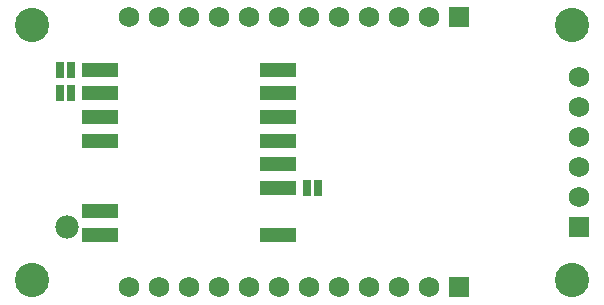
<source format=gbs>
G75*
%MOIN*%
%OFA0B0*%
%FSLAX25Y25*%
%IPPOS*%
%LPD*%
%AMOC8*
5,1,8,0,0,1.08239X$1,22.5*
%
%ADD10C,0.11424*%
%ADD11C,0.07800*%
%ADD12R,0.12211X0.05124*%
%ADD13R,0.02900X0.05400*%
%ADD14R,0.06900X0.06900*%
%ADD15C,0.06900*%
D10*
X0009469Y0015500D03*
X0189469Y0015500D03*
X0189469Y0100500D03*
X0009469Y0100500D03*
D11*
X0021461Y0033290D03*
D12*
X0032441Y0030441D03*
X0032441Y0038315D03*
X0032441Y0061937D03*
X0032441Y0069811D03*
X0032441Y0077685D03*
X0032441Y0085559D03*
X0091496Y0085559D03*
X0091496Y0077685D03*
X0091496Y0069811D03*
X0091496Y0061937D03*
X0091496Y0054063D03*
X0091496Y0046189D03*
X0091496Y0030441D03*
D13*
X0101447Y0046125D03*
X0104990Y0046125D03*
X0022490Y0077688D03*
X0018947Y0077688D03*
X0018947Y0085500D03*
X0022490Y0085500D03*
D14*
X0151969Y0103000D03*
X0191969Y0033000D03*
X0151969Y0013000D03*
D15*
X0141969Y0013000D03*
X0131969Y0013000D03*
X0121969Y0013000D03*
X0111969Y0013000D03*
X0101969Y0013000D03*
X0091969Y0013000D03*
X0081969Y0013000D03*
X0071969Y0013000D03*
X0061969Y0013000D03*
X0051969Y0013000D03*
X0041969Y0013000D03*
X0191969Y0043000D03*
X0191969Y0053000D03*
X0191969Y0063000D03*
X0191969Y0073000D03*
X0191969Y0083000D03*
X0141969Y0103000D03*
X0131969Y0103000D03*
X0121969Y0103000D03*
X0111969Y0103000D03*
X0101969Y0103000D03*
X0091969Y0103000D03*
X0081969Y0103000D03*
X0071969Y0103000D03*
X0061969Y0103000D03*
X0051969Y0103000D03*
X0041969Y0103000D03*
M02*

</source>
